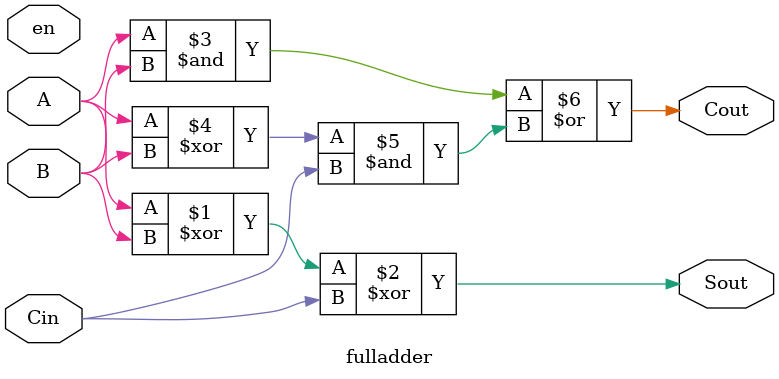
<source format=sv>
module fulladder #(
    parameter BITWIDTH = 16
)(
    input wire en,A,B,Cin,
    output Sout,Cout);

assign Sout = A ^ B ^ Cin;
assign Cout = (A & B) | (A ^ B) & Cin;

endmodule

</source>
